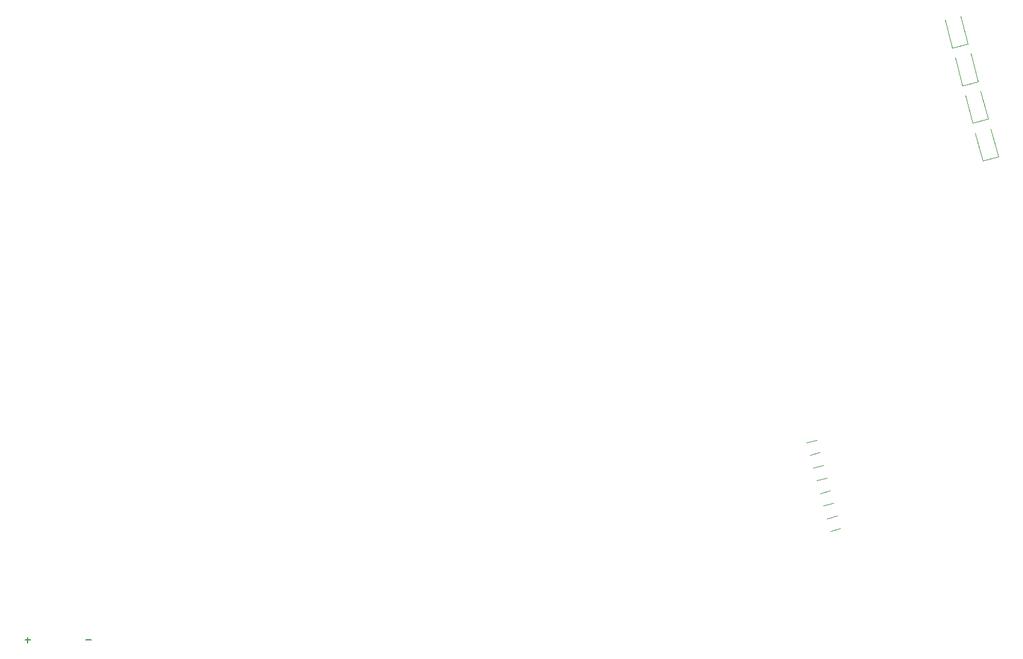
<source format=gbr>
%TF.GenerationSoftware,KiCad,Pcbnew,9.0.4*%
%TF.CreationDate,2025-08-22T20:00:59+03:00*%
%TF.ProjectId,MOKETA,4d4f4b45-5441-42e6-9b69-6361645f7063,rev?*%
%TF.SameCoordinates,Original*%
%TF.FileFunction,Legend,Top*%
%TF.FilePolarity,Positive*%
%FSLAX46Y46*%
G04 Gerber Fmt 4.6, Leading zero omitted, Abs format (unit mm)*
G04 Created by KiCad (PCBNEW 9.0.4) date 2025-08-22 20:00:59*
%MOMM*%
%LPD*%
G01*
G04 APERTURE LIST*
%ADD10C,0.150000*%
%ADD11C,0.120000*%
G04 APERTURE END LIST*
D10*
X207114781Y-192453866D02*
X207876686Y-192453866D01*
X198514781Y-192453866D02*
X199276686Y-192453866D01*
X198895733Y-192834819D02*
X198895733Y-192072914D01*
D11*
%TO.C,D45*%
X332323113Y-119460250D02*
X334515765Y-118872731D01*
X334515765Y-118872731D02*
X333464959Y-114951072D01*
X331272308Y-115538591D02*
X332323113Y-119460250D01*
%TO.C,R2*%
X309846843Y-168150255D02*
X311251423Y-167773898D01*
X310317893Y-169908240D02*
X311722473Y-169531883D01*
%TO.C,D46*%
X333746615Y-124772839D02*
X335939267Y-124185320D01*
X335939267Y-124185320D02*
X334888461Y-120263661D01*
X332695810Y-120851180D02*
X333746615Y-124772839D01*
%TO.C,R4*%
X311762103Y-175298107D02*
X313166683Y-174921750D01*
X312233153Y-177056092D02*
X313637733Y-176679735D01*
%TO.C,D44*%
X330899608Y-114147656D02*
X333092260Y-113560137D01*
X333092260Y-113560137D02*
X332041454Y-109638478D01*
X329848803Y-110225997D02*
X330899608Y-114147656D01*
%TO.C,R3*%
X310804473Y-171724184D02*
X312209053Y-171347827D01*
X311275523Y-173482169D02*
X312680103Y-173105812D01*
%TO.C,R1*%
X308889212Y-164576333D02*
X310293792Y-164199976D01*
X309360262Y-166334318D02*
X310764842Y-165957961D01*
%TO.C,D43*%
X329476103Y-108835065D02*
X331668755Y-108247546D01*
X331668755Y-108247546D02*
X330617949Y-104325887D01*
X328425298Y-104913406D02*
X329476103Y-108835065D01*
%TD*%
M02*

</source>
